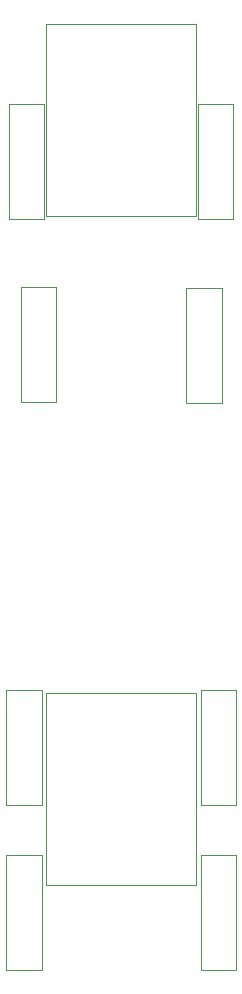
<source format=gbr>
%TF.GenerationSoftware,KiCad,Pcbnew,(5.1.6-0-10_14)*%
%TF.CreationDate,2020-11-24T13:30:39-06:00*%
%TF.ProjectId,nab,6e61622e-6b69-4636-9164-5f7063625858,rev?*%
%TF.SameCoordinates,Original*%
%TF.FileFunction,Other,User*%
%FSLAX46Y46*%
G04 Gerber Fmt 4.6, Leading zero omitted, Abs format (unit mm)*
G04 Created by KiCad (PCBNEW (5.1.6-0-10_14)) date 2020-11-24 13:30:39*
%MOMM*%
%LPD*%
G01*
G04 APERTURE LIST*
%ADD10C,0.050000*%
G04 APERTURE END LIST*
D10*
%TO.C,RV1*%
X66360000Y-125254597D02*
X53640000Y-125254597D01*
X53640000Y-125254597D02*
X53640000Y-141504597D01*
X53640000Y-141504597D02*
X66360000Y-141504597D01*
X66360000Y-141504597D02*
X66360000Y-125254597D01*
%TO.C,RV2*%
X66360000Y-68593899D02*
X53640000Y-68593899D01*
X53640000Y-68593899D02*
X53640000Y-84843899D01*
X53640000Y-84843899D02*
X66360000Y-84843899D01*
X66360000Y-84843899D02*
X66360000Y-68593899D01*
%TO.C,R8*%
X68500000Y-90950000D02*
X65500000Y-90950000D01*
X65500000Y-90950000D02*
X65500000Y-100670000D01*
X65500000Y-100670000D02*
X68500000Y-100670000D01*
X68500000Y-100670000D02*
X68500000Y-90950000D01*
%TO.C,R7*%
X66500000Y-85050000D02*
X69500000Y-85050000D01*
X69500000Y-85050000D02*
X69500000Y-75330000D01*
X69500000Y-75330000D02*
X66500000Y-75330000D01*
X66500000Y-75330000D02*
X66500000Y-85050000D01*
%TO.C,R6*%
X69750000Y-124950000D02*
X66750000Y-124950000D01*
X66750000Y-124950000D02*
X66750000Y-134670000D01*
X66750000Y-134670000D02*
X69750000Y-134670000D01*
X69750000Y-134670000D02*
X69750000Y-124950000D01*
%TO.C,R5*%
X69750000Y-138950000D02*
X66750000Y-138950000D01*
X66750000Y-138950000D02*
X66750000Y-148670000D01*
X66750000Y-148670000D02*
X69750000Y-148670000D01*
X69750000Y-148670000D02*
X69750000Y-138950000D01*
%TO.C,R4*%
X51500000Y-100550000D02*
X54500000Y-100550000D01*
X54500000Y-100550000D02*
X54500000Y-90830000D01*
X54500000Y-90830000D02*
X51500000Y-90830000D01*
X51500000Y-90830000D02*
X51500000Y-100550000D01*
%TO.C,R3*%
X50500000Y-85050000D02*
X53500000Y-85050000D01*
X53500000Y-85050000D02*
X53500000Y-75330000D01*
X53500000Y-75330000D02*
X50500000Y-75330000D01*
X50500000Y-75330000D02*
X50500000Y-85050000D01*
%TO.C,R2*%
X53250000Y-124950000D02*
X50250000Y-124950000D01*
X50250000Y-124950000D02*
X50250000Y-134670000D01*
X50250000Y-134670000D02*
X53250000Y-134670000D01*
X53250000Y-134670000D02*
X53250000Y-124950000D01*
%TO.C,R1*%
X53250000Y-138950000D02*
X50250000Y-138950000D01*
X50250000Y-138950000D02*
X50250000Y-148670000D01*
X50250000Y-148670000D02*
X53250000Y-148670000D01*
X53250000Y-148670000D02*
X53250000Y-138950000D01*
%TD*%
M02*

</source>
